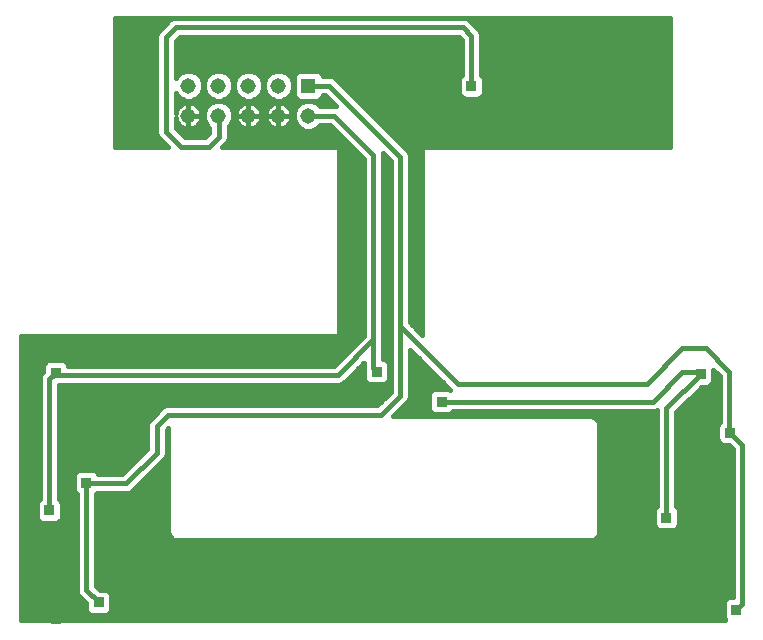
<source format=gbl>
G75*
%MOIN*%
%OFA0B0*%
%FSLAX25Y25*%
%IPPOS*%
%LPD*%
%AMOC8*
5,1,8,0,0,1.08239X$1,22.5*
%
%ADD10C,0.05150*%
%ADD11R,0.05150X0.05150*%
%ADD12R,0.03569X0.03569*%
%ADD13C,0.01600*%
D10*
X0062243Y0174756D03*
X0062243Y0184756D03*
X0072243Y0184756D03*
X0082243Y0184756D03*
X0092243Y0184756D03*
X0092243Y0174756D03*
X0082243Y0174756D03*
X0072243Y0174756D03*
X0102243Y0174756D03*
D11*
X0102243Y0184756D03*
D12*
X0141440Y0184917D03*
X0156540Y0184617D03*
X0166540Y0184817D03*
X0051940Y0092517D03*
X0018040Y0089017D03*
X0028240Y0052417D03*
X0015840Y0043117D03*
X0032340Y0012517D03*
X0018240Y0006817D03*
X0125040Y0089317D03*
X0146640Y0079417D03*
X0221540Y0040717D03*
X0236840Y0069417D03*
X0242740Y0069017D03*
X0233040Y0088617D03*
X0244840Y0010017D03*
X0171340Y0008217D03*
D13*
X0006277Y0006654D02*
X0006277Y0101142D01*
X0112576Y0101142D01*
X0112576Y0164134D01*
X0073483Y0164134D01*
X0074253Y0164904D01*
X0075153Y0165804D01*
X0075640Y0166980D01*
X0075640Y0171117D01*
X0076460Y0171938D01*
X0077218Y0173766D01*
X0077218Y0175745D01*
X0076460Y0177574D01*
X0075061Y0178973D01*
X0073233Y0179731D01*
X0071253Y0179731D01*
X0069425Y0178973D01*
X0068026Y0177574D01*
X0067268Y0175745D01*
X0067268Y0173766D01*
X0068026Y0171938D01*
X0069240Y0170724D01*
X0069240Y0168942D01*
X0067914Y0167617D01*
X0061065Y0167617D01*
X0057940Y0170742D01*
X0057940Y0173959D01*
X0057976Y0173731D01*
X0058189Y0173077D01*
X0058501Y0172463D01*
X0058906Y0171906D01*
X0059393Y0171419D01*
X0059950Y0171014D01*
X0060564Y0170702D01*
X0061219Y0170489D01*
X0061899Y0170381D01*
X0062243Y0170381D01*
X0062243Y0174756D01*
X0062243Y0179131D01*
X0061899Y0179131D01*
X0061219Y0179023D01*
X0060564Y0178810D01*
X0059950Y0178498D01*
X0059393Y0178093D01*
X0058906Y0177606D01*
X0058501Y0177049D01*
X0058189Y0176435D01*
X0057976Y0175780D01*
X0057940Y0175552D01*
X0057940Y0182145D01*
X0058026Y0181938D01*
X0059425Y0180538D01*
X0061253Y0179781D01*
X0063233Y0179781D01*
X0065061Y0180538D01*
X0066460Y0181938D01*
X0067218Y0183766D01*
X0067218Y0185745D01*
X0066460Y0187574D01*
X0065061Y0188973D01*
X0063233Y0189731D01*
X0061253Y0189731D01*
X0059425Y0188973D01*
X0058026Y0187574D01*
X0057940Y0187367D01*
X0057940Y0199591D01*
X0059265Y0200917D01*
X0152414Y0200917D01*
X0153340Y0199991D01*
X0153340Y0188379D01*
X0152721Y0187760D01*
X0152356Y0186878D01*
X0152356Y0182355D01*
X0152721Y0181473D01*
X0153396Y0180798D01*
X0154278Y0180432D01*
X0158802Y0180432D01*
X0159684Y0180798D01*
X0160359Y0181473D01*
X0160724Y0182355D01*
X0160724Y0186878D01*
X0160359Y0187760D01*
X0159740Y0188379D01*
X0159740Y0201953D01*
X0159253Y0203129D01*
X0156453Y0205929D01*
X0155553Y0206829D01*
X0154376Y0207317D01*
X0057303Y0207317D01*
X0056127Y0206829D01*
X0052927Y0203629D01*
X0052027Y0202729D01*
X0051540Y0201553D01*
X0051540Y0168780D01*
X0052027Y0167604D01*
X0055497Y0164134D01*
X0037773Y0164134D01*
X0037773Y0207441D01*
X0222812Y0207441D01*
X0222812Y0164134D01*
X0140135Y0164134D01*
X0140135Y0101730D01*
X0136040Y0105825D01*
X0136040Y0161653D01*
X0135553Y0162829D01*
X0134653Y0163729D01*
X0110913Y0187469D01*
X0109737Y0187956D01*
X0107157Y0187956D01*
X0106852Y0188690D01*
X0106177Y0189365D01*
X0105295Y0189731D01*
X0099191Y0189731D01*
X0098309Y0189365D01*
X0097634Y0188690D01*
X0097268Y0187808D01*
X0097268Y0181704D01*
X0097634Y0180822D01*
X0098309Y0180146D01*
X0099191Y0179781D01*
X0105295Y0179781D01*
X0106177Y0180146D01*
X0106852Y0180822D01*
X0107157Y0181556D01*
X0107775Y0181556D01*
X0111473Y0177858D01*
X0111237Y0177956D01*
X0106078Y0177956D01*
X0105061Y0178973D01*
X0103233Y0179731D01*
X0101253Y0179731D01*
X0099425Y0178973D01*
X0098026Y0177574D01*
X0097268Y0175745D01*
X0097268Y0173766D01*
X0098026Y0171938D01*
X0099425Y0170538D01*
X0101253Y0169781D01*
X0103233Y0169781D01*
X0105061Y0170538D01*
X0106078Y0171556D01*
X0109275Y0171556D01*
X0120640Y0160191D01*
X0120640Y0101442D01*
X0110614Y0091417D01*
X0022167Y0091417D01*
X0021859Y0092160D01*
X0021184Y0092835D01*
X0020302Y0093201D01*
X0015778Y0093201D01*
X0014896Y0092835D01*
X0014221Y0092160D01*
X0013856Y0091278D01*
X0013856Y0089358D01*
X0013127Y0088629D01*
X0012640Y0087453D01*
X0012640Y0046879D01*
X0012021Y0046260D01*
X0011656Y0045378D01*
X0011656Y0040855D01*
X0012021Y0039973D01*
X0012696Y0039298D01*
X0013578Y0038932D01*
X0018102Y0038932D01*
X0018984Y0039298D01*
X0019659Y0039973D01*
X0020024Y0040855D01*
X0020024Y0045378D01*
X0019659Y0046260D01*
X0019040Y0046879D01*
X0019040Y0084832D01*
X0020302Y0084832D01*
X0020746Y0085017D01*
X0112576Y0085017D01*
X0113753Y0085504D01*
X0114653Y0086404D01*
X0120640Y0092391D01*
X0120640Y0089880D01*
X0120856Y0089359D01*
X0120856Y0087055D01*
X0121221Y0086173D01*
X0121896Y0085498D01*
X0122778Y0085132D01*
X0127302Y0085132D01*
X0128184Y0085498D01*
X0128859Y0086173D01*
X0129224Y0087055D01*
X0129224Y0091578D01*
X0128859Y0092460D01*
X0128184Y0093135D01*
X0127302Y0093501D01*
X0127040Y0093501D01*
X0127040Y0162153D01*
X0126942Y0162389D01*
X0129640Y0159691D01*
X0129640Y0082642D01*
X0125114Y0078117D01*
X0054703Y0078117D01*
X0053527Y0077629D01*
X0049927Y0074029D01*
X0049027Y0073129D01*
X0048540Y0071953D01*
X0048540Y0063742D01*
X0040114Y0055317D01*
X0032160Y0055317D01*
X0032059Y0055560D01*
X0031384Y0056235D01*
X0030502Y0056601D01*
X0025978Y0056601D01*
X0025096Y0056235D01*
X0024421Y0055560D01*
X0024056Y0054678D01*
X0024056Y0050155D01*
X0024421Y0049273D01*
X0025040Y0048654D01*
X0025040Y0015980D01*
X0025527Y0014804D01*
X0028156Y0012175D01*
X0028156Y0010255D01*
X0028521Y0009373D01*
X0029196Y0008698D01*
X0030078Y0008332D01*
X0034602Y0008332D01*
X0035484Y0008698D01*
X0036159Y0009373D01*
X0036524Y0010255D01*
X0036524Y0014778D01*
X0036159Y0015660D01*
X0035484Y0016335D01*
X0034602Y0016701D01*
X0032681Y0016701D01*
X0031440Y0017942D01*
X0031440Y0048654D01*
X0031702Y0048917D01*
X0042076Y0048917D01*
X0043253Y0049404D01*
X0044153Y0050304D01*
X0054453Y0060604D01*
X0054940Y0061780D01*
X0054940Y0069991D01*
X0055542Y0070593D01*
X0055542Y0035604D01*
X0055984Y0034538D01*
X0056800Y0033723D01*
X0057865Y0033281D01*
X0196814Y0033281D01*
X0197880Y0033723D01*
X0198696Y0034538D01*
X0199138Y0035604D01*
X0199138Y0072191D01*
X0198696Y0073257D01*
X0197880Y0074073D01*
X0196814Y0074514D01*
X0130563Y0074514D01*
X0135553Y0079504D01*
X0136040Y0080680D01*
X0136040Y0096775D01*
X0149233Y0083581D01*
X0149434Y0083380D01*
X0148902Y0083601D01*
X0144378Y0083601D01*
X0143496Y0083235D01*
X0142821Y0082560D01*
X0142456Y0081678D01*
X0142456Y0077155D01*
X0142821Y0076273D01*
X0143496Y0075598D01*
X0144378Y0075232D01*
X0148902Y0075232D01*
X0149784Y0075598D01*
X0150402Y0076217D01*
X0217676Y0076217D01*
X0218340Y0076491D01*
X0218340Y0044479D01*
X0217721Y0043860D01*
X0217356Y0042978D01*
X0217356Y0038455D01*
X0217721Y0037573D01*
X0218396Y0036898D01*
X0219278Y0036532D01*
X0223802Y0036532D01*
X0224684Y0036898D01*
X0225359Y0037573D01*
X0225724Y0038455D01*
X0225724Y0042978D01*
X0225359Y0043860D01*
X0224740Y0044479D01*
X0224740Y0075791D01*
X0233381Y0084432D01*
X0235302Y0084432D01*
X0236184Y0084798D01*
X0236859Y0085473D01*
X0237224Y0086355D01*
X0237224Y0090078D01*
X0239297Y0088005D01*
X0239297Y0072537D01*
X0238921Y0072160D01*
X0238556Y0071278D01*
X0238556Y0066755D01*
X0238921Y0065873D01*
X0239596Y0065198D01*
X0240478Y0064832D01*
X0242499Y0064832D01*
X0243640Y0063691D01*
X0243640Y0014201D01*
X0242578Y0014201D01*
X0241696Y0013835D01*
X0241021Y0013160D01*
X0240656Y0012278D01*
X0240656Y0007755D01*
X0241021Y0006873D01*
X0241240Y0006654D01*
X0006277Y0006654D01*
X0006277Y0007512D02*
X0240756Y0007512D01*
X0240656Y0009111D02*
X0035897Y0009111D01*
X0036524Y0010709D02*
X0240656Y0010709D01*
X0240668Y0012308D02*
X0036524Y0012308D01*
X0036524Y0013906D02*
X0241867Y0013906D01*
X0243640Y0015505D02*
X0036223Y0015505D01*
X0032279Y0017103D02*
X0243640Y0017103D01*
X0243640Y0018702D02*
X0031440Y0018702D01*
X0031440Y0020300D02*
X0243640Y0020300D01*
X0243640Y0021899D02*
X0031440Y0021899D01*
X0031440Y0023497D02*
X0243640Y0023497D01*
X0243640Y0025096D02*
X0031440Y0025096D01*
X0031440Y0026694D02*
X0243640Y0026694D01*
X0243640Y0028293D02*
X0031440Y0028293D01*
X0031440Y0029891D02*
X0243640Y0029891D01*
X0243640Y0031490D02*
X0031440Y0031490D01*
X0031440Y0033088D02*
X0243640Y0033088D01*
X0243640Y0034687D02*
X0198757Y0034687D01*
X0199138Y0036285D02*
X0243640Y0036285D01*
X0243640Y0037884D02*
X0225488Y0037884D01*
X0225724Y0039482D02*
X0243640Y0039482D01*
X0243640Y0041081D02*
X0225724Y0041081D01*
X0225724Y0042679D02*
X0243640Y0042679D01*
X0243640Y0044278D02*
X0224941Y0044278D01*
X0224740Y0045876D02*
X0243640Y0045876D01*
X0243640Y0047475D02*
X0224740Y0047475D01*
X0224740Y0049073D02*
X0243640Y0049073D01*
X0243640Y0050672D02*
X0224740Y0050672D01*
X0224740Y0052270D02*
X0243640Y0052270D01*
X0243640Y0053869D02*
X0224740Y0053869D01*
X0224740Y0055467D02*
X0243640Y0055467D01*
X0243640Y0057066D02*
X0224740Y0057066D01*
X0224740Y0058664D02*
X0243640Y0058664D01*
X0243640Y0060263D02*
X0224740Y0060263D01*
X0224740Y0061861D02*
X0243640Y0061861D01*
X0243640Y0063460D02*
X0224740Y0063460D01*
X0224740Y0065058D02*
X0239932Y0065058D01*
X0238596Y0066657D02*
X0224740Y0066657D01*
X0224740Y0068255D02*
X0238556Y0068255D01*
X0238556Y0069854D02*
X0224740Y0069854D01*
X0224740Y0071453D02*
X0238628Y0071453D01*
X0239297Y0073051D02*
X0224740Y0073051D01*
X0224740Y0074650D02*
X0239297Y0074650D01*
X0239297Y0076248D02*
X0225197Y0076248D01*
X0226795Y0077847D02*
X0239297Y0077847D01*
X0239297Y0079445D02*
X0228394Y0079445D01*
X0229992Y0081044D02*
X0239297Y0081044D01*
X0239297Y0082642D02*
X0231591Y0082642D01*
X0233189Y0084241D02*
X0239297Y0084241D01*
X0239297Y0085839D02*
X0237010Y0085839D01*
X0237224Y0087438D02*
X0239297Y0087438D01*
X0238266Y0089036D02*
X0237224Y0089036D01*
X0233040Y0088617D02*
X0232440Y0089217D01*
X0226840Y0089217D01*
X0217040Y0079417D01*
X0146640Y0079417D01*
X0142456Y0079445D02*
X0135494Y0079445D01*
X0136040Y0081044D02*
X0142456Y0081044D01*
X0142903Y0082642D02*
X0136040Y0082642D01*
X0136040Y0084241D02*
X0148574Y0084241D01*
X0146975Y0085839D02*
X0136040Y0085839D01*
X0136040Y0087438D02*
X0145377Y0087438D01*
X0143778Y0089036D02*
X0136040Y0089036D01*
X0136040Y0090635D02*
X0142180Y0090635D01*
X0140581Y0092233D02*
X0136040Y0092233D01*
X0136040Y0093832D02*
X0138983Y0093832D01*
X0137384Y0095430D02*
X0136040Y0095430D01*
X0129640Y0095430D02*
X0127040Y0095430D01*
X0127040Y0093832D02*
X0129640Y0093832D01*
X0129640Y0092233D02*
X0128953Y0092233D01*
X0129224Y0090635D02*
X0129640Y0090635D01*
X0129640Y0089036D02*
X0129224Y0089036D01*
X0129224Y0087438D02*
X0129640Y0087438D01*
X0129640Y0085839D02*
X0128525Y0085839D01*
X0129640Y0084241D02*
X0019040Y0084241D01*
X0019040Y0082642D02*
X0129640Y0082642D01*
X0128041Y0081044D02*
X0019040Y0081044D01*
X0019040Y0079445D02*
X0126443Y0079445D01*
X0126440Y0074917D02*
X0055340Y0074917D01*
X0051740Y0071317D01*
X0051740Y0062417D01*
X0041440Y0052117D01*
X0028540Y0052117D01*
X0028240Y0052417D01*
X0028240Y0016617D01*
X0032340Y0012517D01*
X0028783Y0009111D02*
X0006277Y0009111D01*
X0006277Y0010709D02*
X0028156Y0010709D01*
X0028023Y0012308D02*
X0006277Y0012308D01*
X0006277Y0013906D02*
X0026425Y0013906D01*
X0025237Y0015505D02*
X0006277Y0015505D01*
X0006277Y0017103D02*
X0025040Y0017103D01*
X0025040Y0018702D02*
X0006277Y0018702D01*
X0006277Y0020300D02*
X0025040Y0020300D01*
X0025040Y0021899D02*
X0006277Y0021899D01*
X0006277Y0023497D02*
X0025040Y0023497D01*
X0025040Y0025096D02*
X0006277Y0025096D01*
X0006277Y0026694D02*
X0025040Y0026694D01*
X0025040Y0028293D02*
X0006277Y0028293D01*
X0006277Y0029891D02*
X0025040Y0029891D01*
X0025040Y0031490D02*
X0006277Y0031490D01*
X0006277Y0033088D02*
X0025040Y0033088D01*
X0025040Y0034687D02*
X0006277Y0034687D01*
X0006277Y0036285D02*
X0025040Y0036285D01*
X0025040Y0037884D02*
X0006277Y0037884D01*
X0006277Y0039482D02*
X0012512Y0039482D01*
X0011656Y0041081D02*
X0006277Y0041081D01*
X0006277Y0042679D02*
X0011656Y0042679D01*
X0011656Y0044278D02*
X0006277Y0044278D01*
X0006277Y0045876D02*
X0011862Y0045876D01*
X0012640Y0047475D02*
X0006277Y0047475D01*
X0006277Y0049073D02*
X0012640Y0049073D01*
X0012640Y0050672D02*
X0006277Y0050672D01*
X0006277Y0052270D02*
X0012640Y0052270D01*
X0012640Y0053869D02*
X0006277Y0053869D01*
X0006277Y0055467D02*
X0012640Y0055467D01*
X0012640Y0057066D02*
X0006277Y0057066D01*
X0006277Y0058664D02*
X0012640Y0058664D01*
X0012640Y0060263D02*
X0006277Y0060263D01*
X0006277Y0061861D02*
X0012640Y0061861D01*
X0012640Y0063460D02*
X0006277Y0063460D01*
X0006277Y0065058D02*
X0012640Y0065058D01*
X0012640Y0066657D02*
X0006277Y0066657D01*
X0006277Y0068255D02*
X0012640Y0068255D01*
X0012640Y0069854D02*
X0006277Y0069854D01*
X0006277Y0071453D02*
X0012640Y0071453D01*
X0012640Y0073051D02*
X0006277Y0073051D01*
X0006277Y0074650D02*
X0012640Y0074650D01*
X0012640Y0076248D02*
X0006277Y0076248D01*
X0006277Y0077847D02*
X0012640Y0077847D01*
X0012640Y0079445D02*
X0006277Y0079445D01*
X0006277Y0081044D02*
X0012640Y0081044D01*
X0012640Y0082642D02*
X0006277Y0082642D01*
X0006277Y0084241D02*
X0012640Y0084241D01*
X0012640Y0085839D02*
X0006277Y0085839D01*
X0006277Y0087438D02*
X0012640Y0087438D01*
X0013534Y0089036D02*
X0006277Y0089036D01*
X0006277Y0090635D02*
X0013856Y0090635D01*
X0014294Y0092233D02*
X0006277Y0092233D01*
X0006277Y0093832D02*
X0113030Y0093832D01*
X0114628Y0095430D02*
X0006277Y0095430D01*
X0006277Y0097029D02*
X0116227Y0097029D01*
X0117825Y0098627D02*
X0006277Y0098627D01*
X0006277Y0100226D02*
X0119424Y0100226D01*
X0120640Y0101824D02*
X0112576Y0101824D01*
X0112576Y0103423D02*
X0120640Y0103423D01*
X0120640Y0105021D02*
X0112576Y0105021D01*
X0112576Y0106620D02*
X0120640Y0106620D01*
X0120640Y0108218D02*
X0112576Y0108218D01*
X0112576Y0109817D02*
X0120640Y0109817D01*
X0120640Y0111415D02*
X0112576Y0111415D01*
X0112576Y0113014D02*
X0120640Y0113014D01*
X0120640Y0114612D02*
X0112576Y0114612D01*
X0112576Y0116211D02*
X0120640Y0116211D01*
X0120640Y0117809D02*
X0112576Y0117809D01*
X0112576Y0119408D02*
X0120640Y0119408D01*
X0120640Y0121006D02*
X0112576Y0121006D01*
X0112576Y0122605D02*
X0120640Y0122605D01*
X0120640Y0124203D02*
X0112576Y0124203D01*
X0112576Y0125802D02*
X0120640Y0125802D01*
X0120640Y0127400D02*
X0112576Y0127400D01*
X0112576Y0128999D02*
X0120640Y0128999D01*
X0120640Y0130597D02*
X0112576Y0130597D01*
X0112576Y0132196D02*
X0120640Y0132196D01*
X0120640Y0133794D02*
X0112576Y0133794D01*
X0112576Y0135393D02*
X0120640Y0135393D01*
X0120640Y0136991D02*
X0112576Y0136991D01*
X0112576Y0138590D02*
X0120640Y0138590D01*
X0120640Y0140189D02*
X0112576Y0140189D01*
X0112576Y0141787D02*
X0120640Y0141787D01*
X0120640Y0143386D02*
X0112576Y0143386D01*
X0112576Y0144984D02*
X0120640Y0144984D01*
X0120640Y0146583D02*
X0112576Y0146583D01*
X0112576Y0148181D02*
X0120640Y0148181D01*
X0120640Y0149780D02*
X0112576Y0149780D01*
X0112576Y0151378D02*
X0120640Y0151378D01*
X0120640Y0152977D02*
X0112576Y0152977D01*
X0112576Y0154575D02*
X0120640Y0154575D01*
X0120640Y0156174D02*
X0112576Y0156174D01*
X0112576Y0157772D02*
X0120640Y0157772D01*
X0120640Y0159371D02*
X0112576Y0159371D01*
X0112576Y0160969D02*
X0119862Y0160969D01*
X0118263Y0162568D02*
X0112576Y0162568D01*
X0115066Y0165765D02*
X0075114Y0165765D01*
X0075640Y0167363D02*
X0113468Y0167363D01*
X0111869Y0168962D02*
X0075640Y0168962D01*
X0075640Y0170560D02*
X0080999Y0170560D01*
X0081219Y0170489D02*
X0081899Y0170381D01*
X0082243Y0170381D01*
X0082243Y0174756D01*
X0082243Y0179131D01*
X0082587Y0179131D01*
X0083267Y0179023D01*
X0083922Y0178810D01*
X0084536Y0178498D01*
X0085093Y0178093D01*
X0085580Y0177606D01*
X0085985Y0177049D01*
X0086297Y0176435D01*
X0086510Y0175780D01*
X0086618Y0175100D01*
X0086618Y0174756D01*
X0082243Y0174756D01*
X0082243Y0174756D01*
X0082243Y0179131D01*
X0081899Y0179131D01*
X0081219Y0179023D01*
X0080564Y0178810D01*
X0079950Y0178498D01*
X0079393Y0178093D01*
X0078906Y0177606D01*
X0078501Y0177049D01*
X0078189Y0176435D01*
X0077976Y0175780D01*
X0077868Y0175100D01*
X0077868Y0174756D01*
X0082243Y0174756D01*
X0082243Y0174756D01*
X0082243Y0174756D01*
X0077868Y0174756D01*
X0077868Y0174412D01*
X0077976Y0173731D01*
X0078189Y0173077D01*
X0078501Y0172463D01*
X0078906Y0171906D01*
X0079393Y0171419D01*
X0079950Y0171014D01*
X0080564Y0170702D01*
X0081219Y0170489D01*
X0082243Y0170560D02*
X0082243Y0170560D01*
X0082243Y0170381D02*
X0082587Y0170381D01*
X0083267Y0170489D01*
X0083922Y0170702D01*
X0084536Y0171014D01*
X0085093Y0171419D01*
X0085580Y0171906D01*
X0085985Y0172463D01*
X0086297Y0173077D01*
X0086510Y0173731D01*
X0086618Y0174412D01*
X0086618Y0174756D01*
X0082243Y0174756D01*
X0082243Y0174756D01*
X0082243Y0170381D01*
X0083487Y0170560D02*
X0090999Y0170560D01*
X0091219Y0170489D02*
X0091899Y0170381D01*
X0092243Y0170381D01*
X0092243Y0174756D01*
X0092243Y0179131D01*
X0092587Y0179131D01*
X0093267Y0179023D01*
X0093922Y0178810D01*
X0094536Y0178498D01*
X0095093Y0178093D01*
X0095580Y0177606D01*
X0095985Y0177049D01*
X0096297Y0176435D01*
X0096510Y0175780D01*
X0096618Y0175100D01*
X0096618Y0174756D01*
X0092243Y0174756D01*
X0092243Y0174756D01*
X0092243Y0179131D01*
X0091899Y0179131D01*
X0091219Y0179023D01*
X0090564Y0178810D01*
X0089950Y0178498D01*
X0089393Y0178093D01*
X0088906Y0177606D01*
X0088501Y0177049D01*
X0088189Y0176435D01*
X0087976Y0175780D01*
X0087868Y0175100D01*
X0087868Y0174756D01*
X0092243Y0174756D01*
X0092243Y0174756D01*
X0092243Y0174756D01*
X0087868Y0174756D01*
X0087868Y0174412D01*
X0087976Y0173731D01*
X0088189Y0173077D01*
X0088501Y0172463D01*
X0088906Y0171906D01*
X0089393Y0171419D01*
X0089950Y0171014D01*
X0090564Y0170702D01*
X0091219Y0170489D01*
X0092243Y0170560D02*
X0092243Y0170560D01*
X0092243Y0170381D02*
X0092587Y0170381D01*
X0093267Y0170489D01*
X0093922Y0170702D01*
X0094536Y0171014D01*
X0095093Y0171419D01*
X0095580Y0171906D01*
X0095985Y0172463D01*
X0096297Y0173077D01*
X0096510Y0173731D01*
X0096618Y0174412D01*
X0096618Y0174756D01*
X0092243Y0174756D01*
X0092243Y0174756D01*
X0092243Y0170381D01*
X0093487Y0170560D02*
X0099403Y0170560D01*
X0097934Y0172159D02*
X0095764Y0172159D01*
X0096514Y0173757D02*
X0097272Y0173757D01*
X0097268Y0175356D02*
X0096577Y0175356D01*
X0096033Y0176954D02*
X0097769Y0176954D01*
X0099004Y0178553D02*
X0094428Y0178553D01*
X0094126Y0180151D02*
X0098304Y0180151D01*
X0097268Y0181750D02*
X0096272Y0181750D01*
X0096460Y0181938D02*
X0097218Y0183766D01*
X0097218Y0185745D01*
X0096460Y0187574D01*
X0095061Y0188973D01*
X0093233Y0189731D01*
X0091253Y0189731D01*
X0089425Y0188973D01*
X0088026Y0187574D01*
X0087268Y0185745D01*
X0087268Y0183766D01*
X0088026Y0181938D01*
X0089425Y0180538D01*
X0091253Y0179781D01*
X0093233Y0179781D01*
X0095061Y0180538D01*
X0096460Y0181938D01*
X0097045Y0183348D02*
X0097268Y0183348D01*
X0097218Y0184947D02*
X0097268Y0184947D01*
X0097268Y0186545D02*
X0096887Y0186545D01*
X0097407Y0188144D02*
X0095891Y0188144D01*
X0102243Y0184756D02*
X0109101Y0184756D01*
X0132840Y0161017D01*
X0132840Y0104500D01*
X0132840Y0081317D01*
X0126440Y0074917D01*
X0130698Y0074650D02*
X0218340Y0074650D01*
X0218340Y0076248D02*
X0217752Y0076248D01*
X0218340Y0073051D02*
X0198781Y0073051D01*
X0199138Y0071453D02*
X0218340Y0071453D01*
X0218340Y0069854D02*
X0199138Y0069854D01*
X0199138Y0068255D02*
X0218340Y0068255D01*
X0218340Y0066657D02*
X0199138Y0066657D01*
X0199138Y0065058D02*
X0218340Y0065058D01*
X0218340Y0063460D02*
X0199138Y0063460D01*
X0199138Y0061861D02*
X0218340Y0061861D01*
X0218340Y0060263D02*
X0199138Y0060263D01*
X0199138Y0058664D02*
X0218340Y0058664D01*
X0218340Y0057066D02*
X0199138Y0057066D01*
X0199138Y0055467D02*
X0218340Y0055467D01*
X0218340Y0053869D02*
X0199138Y0053869D01*
X0199138Y0052270D02*
X0218340Y0052270D01*
X0218340Y0050672D02*
X0199138Y0050672D01*
X0199138Y0049073D02*
X0218340Y0049073D01*
X0218340Y0047475D02*
X0199138Y0047475D01*
X0199138Y0045876D02*
X0218340Y0045876D01*
X0218139Y0044278D02*
X0199138Y0044278D01*
X0199138Y0042679D02*
X0217356Y0042679D01*
X0217356Y0041081D02*
X0199138Y0041081D01*
X0199138Y0039482D02*
X0217356Y0039482D01*
X0217592Y0037884D02*
X0199138Y0037884D01*
X0221540Y0040717D02*
X0221540Y0077117D01*
X0233040Y0088617D01*
X0234623Y0097205D02*
X0226749Y0097205D01*
X0214938Y0085394D01*
X0151946Y0085394D01*
X0132840Y0104500D01*
X0129640Y0105021D02*
X0127040Y0105021D01*
X0127040Y0103423D02*
X0129640Y0103423D01*
X0129640Y0101824D02*
X0127040Y0101824D01*
X0127040Y0100226D02*
X0129640Y0100226D01*
X0129640Y0098627D02*
X0127040Y0098627D01*
X0127040Y0097029D02*
X0129640Y0097029D01*
X0123840Y0100117D02*
X0123840Y0090517D01*
X0125040Y0089317D01*
X0121555Y0085839D02*
X0114088Y0085839D01*
X0115686Y0087438D02*
X0120856Y0087438D01*
X0120856Y0089036D02*
X0117285Y0089036D01*
X0118883Y0090635D02*
X0120640Y0090635D01*
X0120640Y0092233D02*
X0120482Y0092233D01*
X0123840Y0100117D02*
X0111940Y0088217D01*
X0018840Y0088217D01*
X0018040Y0089017D01*
X0015840Y0086817D01*
X0015840Y0043117D01*
X0020024Y0042679D02*
X0025040Y0042679D01*
X0025040Y0041081D02*
X0020024Y0041081D01*
X0019168Y0039482D02*
X0025040Y0039482D01*
X0025040Y0044278D02*
X0020024Y0044278D01*
X0019818Y0045876D02*
X0025040Y0045876D01*
X0025040Y0047475D02*
X0019040Y0047475D01*
X0019040Y0049073D02*
X0024620Y0049073D01*
X0024056Y0050672D02*
X0019040Y0050672D01*
X0019040Y0052270D02*
X0024056Y0052270D01*
X0024056Y0053869D02*
X0019040Y0053869D01*
X0019040Y0055467D02*
X0024383Y0055467D01*
X0019040Y0057066D02*
X0041864Y0057066D01*
X0043462Y0058664D02*
X0019040Y0058664D01*
X0019040Y0060263D02*
X0045061Y0060263D01*
X0046659Y0061861D02*
X0019040Y0061861D01*
X0019040Y0063460D02*
X0048258Y0063460D01*
X0048540Y0065058D02*
X0019040Y0065058D01*
X0019040Y0066657D02*
X0048540Y0066657D01*
X0048540Y0068255D02*
X0019040Y0068255D01*
X0019040Y0069854D02*
X0048540Y0069854D01*
X0048540Y0071453D02*
X0019040Y0071453D01*
X0019040Y0073051D02*
X0048995Y0073051D01*
X0050547Y0074650D02*
X0019040Y0074650D01*
X0019040Y0076248D02*
X0052146Y0076248D01*
X0054052Y0077847D02*
X0019040Y0077847D01*
X0021786Y0092233D02*
X0111431Y0092233D01*
X0123840Y0100117D02*
X0123840Y0161517D01*
X0110601Y0174756D01*
X0102243Y0174756D01*
X0105482Y0178553D02*
X0110778Y0178553D01*
X0109180Y0180151D02*
X0106182Y0180151D01*
X0111837Y0186545D02*
X0152356Y0186545D01*
X0152356Y0184947D02*
X0113435Y0184947D01*
X0115034Y0183348D02*
X0152356Y0183348D01*
X0152606Y0181750D02*
X0116632Y0181750D01*
X0118231Y0180151D02*
X0222812Y0180151D01*
X0222812Y0178553D02*
X0119829Y0178553D01*
X0121428Y0176954D02*
X0222812Y0176954D01*
X0222812Y0175356D02*
X0123026Y0175356D01*
X0124625Y0173757D02*
X0222812Y0173757D01*
X0222812Y0172159D02*
X0126223Y0172159D01*
X0127822Y0170560D02*
X0222812Y0170560D01*
X0222812Y0168962D02*
X0129420Y0168962D01*
X0131019Y0167363D02*
X0222812Y0167363D01*
X0222812Y0165765D02*
X0132617Y0165765D01*
X0134216Y0164166D02*
X0222812Y0164166D01*
X0222812Y0181750D02*
X0160473Y0181750D01*
X0160724Y0183348D02*
X0222812Y0183348D01*
X0222812Y0184947D02*
X0160724Y0184947D01*
X0160724Y0186545D02*
X0222812Y0186545D01*
X0222812Y0188144D02*
X0159975Y0188144D01*
X0159740Y0189742D02*
X0222812Y0189742D01*
X0222812Y0191341D02*
X0159740Y0191341D01*
X0159740Y0192939D02*
X0222812Y0192939D01*
X0222812Y0194538D02*
X0159740Y0194538D01*
X0159740Y0196136D02*
X0222812Y0196136D01*
X0222812Y0197735D02*
X0159740Y0197735D01*
X0159740Y0199333D02*
X0222812Y0199333D01*
X0222812Y0200932D02*
X0159740Y0200932D01*
X0159501Y0202530D02*
X0222812Y0202530D01*
X0222812Y0204129D02*
X0158253Y0204129D01*
X0156654Y0205727D02*
X0222812Y0205727D01*
X0222812Y0207326D02*
X0037773Y0207326D01*
X0037773Y0205727D02*
X0055025Y0205727D01*
X0053427Y0204129D02*
X0037773Y0204129D01*
X0037773Y0202530D02*
X0051945Y0202530D01*
X0051540Y0200932D02*
X0037773Y0200932D01*
X0037773Y0199333D02*
X0051540Y0199333D01*
X0051540Y0197735D02*
X0037773Y0197735D01*
X0037773Y0196136D02*
X0051540Y0196136D01*
X0051540Y0194538D02*
X0037773Y0194538D01*
X0037773Y0192939D02*
X0051540Y0192939D01*
X0051540Y0191341D02*
X0037773Y0191341D01*
X0037773Y0189742D02*
X0051540Y0189742D01*
X0051540Y0188144D02*
X0037773Y0188144D01*
X0037773Y0186545D02*
X0051540Y0186545D01*
X0051540Y0184947D02*
X0037773Y0184947D01*
X0037773Y0183348D02*
X0051540Y0183348D01*
X0051540Y0181750D02*
X0037773Y0181750D01*
X0037773Y0180151D02*
X0051540Y0180151D01*
X0051540Y0178553D02*
X0037773Y0178553D01*
X0037773Y0176954D02*
X0051540Y0176954D01*
X0051540Y0175356D02*
X0037773Y0175356D01*
X0037773Y0173757D02*
X0051540Y0173757D01*
X0051540Y0172159D02*
X0037773Y0172159D01*
X0037773Y0170560D02*
X0051540Y0170560D01*
X0051540Y0168962D02*
X0037773Y0168962D01*
X0037773Y0167363D02*
X0052268Y0167363D01*
X0053866Y0165765D02*
X0037773Y0165765D01*
X0037773Y0164166D02*
X0055465Y0164166D01*
X0059740Y0164417D02*
X0054740Y0169417D01*
X0054740Y0200917D01*
X0057940Y0204117D01*
X0153740Y0204117D01*
X0156540Y0201317D01*
X0156540Y0184617D01*
X0153105Y0188144D02*
X0107079Y0188144D01*
X0092243Y0178553D02*
X0092243Y0178553D01*
X0092243Y0176954D02*
X0092243Y0176954D01*
X0092243Y0175356D02*
X0092243Y0175356D01*
X0092243Y0173757D02*
X0092243Y0173757D01*
X0092243Y0172159D02*
X0092243Y0172159D01*
X0088722Y0172159D02*
X0085764Y0172159D01*
X0086514Y0173757D02*
X0087972Y0173757D01*
X0087909Y0175356D02*
X0086577Y0175356D01*
X0086033Y0176954D02*
X0088453Y0176954D01*
X0090059Y0178553D02*
X0084428Y0178553D01*
X0084126Y0180151D02*
X0090360Y0180151D01*
X0088214Y0181750D02*
X0086272Y0181750D01*
X0086460Y0181938D02*
X0087218Y0183766D01*
X0087218Y0185745D01*
X0086460Y0187574D01*
X0085061Y0188973D01*
X0083233Y0189731D01*
X0081253Y0189731D01*
X0079425Y0188973D01*
X0078026Y0187574D01*
X0077268Y0185745D01*
X0077268Y0183766D01*
X0078026Y0181938D01*
X0079425Y0180538D01*
X0081253Y0179781D01*
X0083233Y0179781D01*
X0085061Y0180538D01*
X0086460Y0181938D01*
X0087045Y0183348D02*
X0087441Y0183348D01*
X0087268Y0184947D02*
X0087218Y0184947D01*
X0086887Y0186545D02*
X0087600Y0186545D01*
X0088596Y0188144D02*
X0085891Y0188144D01*
X0078596Y0188144D02*
X0075891Y0188144D01*
X0076460Y0187574D02*
X0075061Y0188973D01*
X0073233Y0189731D01*
X0071253Y0189731D01*
X0069425Y0188973D01*
X0068026Y0187574D01*
X0067268Y0185745D01*
X0067268Y0183766D01*
X0068026Y0181938D01*
X0069425Y0180538D01*
X0071253Y0179781D01*
X0073233Y0179781D01*
X0075061Y0180538D01*
X0076460Y0181938D01*
X0077218Y0183766D01*
X0077218Y0185745D01*
X0076460Y0187574D01*
X0076887Y0186545D02*
X0077600Y0186545D01*
X0077268Y0184947D02*
X0077218Y0184947D01*
X0077045Y0183348D02*
X0077441Y0183348D01*
X0078214Y0181750D02*
X0076272Y0181750D01*
X0074126Y0180151D02*
X0080360Y0180151D01*
X0080059Y0178553D02*
X0075482Y0178553D01*
X0076717Y0176954D02*
X0078453Y0176954D01*
X0077909Y0175356D02*
X0077218Y0175356D01*
X0077214Y0173757D02*
X0077972Y0173757D01*
X0078722Y0172159D02*
X0076552Y0172159D01*
X0072440Y0174559D02*
X0072243Y0174756D01*
X0072440Y0174559D02*
X0072440Y0167617D01*
X0069240Y0164417D01*
X0059740Y0164417D01*
X0059720Y0168962D02*
X0069240Y0168962D01*
X0069240Y0170560D02*
X0063487Y0170560D01*
X0063267Y0170489D02*
X0063922Y0170702D01*
X0064536Y0171014D01*
X0065093Y0171419D01*
X0065580Y0171906D01*
X0065985Y0172463D01*
X0066297Y0173077D01*
X0066510Y0173731D01*
X0066618Y0174412D01*
X0066618Y0174756D01*
X0066618Y0175100D01*
X0066510Y0175780D01*
X0066297Y0176435D01*
X0065985Y0177049D01*
X0065580Y0177606D01*
X0065093Y0178093D01*
X0064536Y0178498D01*
X0063922Y0178810D01*
X0063267Y0179023D01*
X0062587Y0179131D01*
X0062243Y0179131D01*
X0062243Y0174756D01*
X0062243Y0174756D01*
X0066618Y0174756D01*
X0062243Y0174756D01*
X0062243Y0174756D01*
X0062243Y0174756D01*
X0062243Y0170381D01*
X0062587Y0170381D01*
X0063267Y0170489D01*
X0062243Y0170560D02*
X0062243Y0170560D01*
X0060999Y0170560D02*
X0058122Y0170560D01*
X0057940Y0172159D02*
X0058722Y0172159D01*
X0057972Y0173757D02*
X0057940Y0173757D01*
X0057940Y0176954D02*
X0058453Y0176954D01*
X0057940Y0178553D02*
X0060059Y0178553D01*
X0060360Y0180151D02*
X0057940Y0180151D01*
X0057940Y0181750D02*
X0058214Y0181750D01*
X0062243Y0178553D02*
X0062243Y0178553D01*
X0062243Y0176954D02*
X0062243Y0176954D01*
X0062243Y0175356D02*
X0062243Y0175356D01*
X0062243Y0173757D02*
X0062243Y0173757D01*
X0062243Y0172159D02*
X0062243Y0172159D01*
X0065764Y0172159D02*
X0067934Y0172159D01*
X0067272Y0173757D02*
X0066514Y0173757D01*
X0066577Y0175356D02*
X0067268Y0175356D01*
X0067769Y0176954D02*
X0066033Y0176954D01*
X0064428Y0178553D02*
X0069004Y0178553D01*
X0070360Y0180151D02*
X0064126Y0180151D01*
X0066272Y0181750D02*
X0068214Y0181750D01*
X0067441Y0183348D02*
X0067045Y0183348D01*
X0067218Y0184947D02*
X0067268Y0184947D01*
X0067600Y0186545D02*
X0066887Y0186545D01*
X0065891Y0188144D02*
X0068596Y0188144D01*
X0058596Y0188144D02*
X0057940Y0188144D01*
X0057940Y0189742D02*
X0153340Y0189742D01*
X0153340Y0191341D02*
X0057940Y0191341D01*
X0057940Y0192939D02*
X0153340Y0192939D01*
X0153340Y0194538D02*
X0057940Y0194538D01*
X0057940Y0196136D02*
X0153340Y0196136D01*
X0153340Y0197735D02*
X0057940Y0197735D01*
X0057940Y0199333D02*
X0153340Y0199333D01*
X0116665Y0164166D02*
X0073515Y0164166D01*
X0082243Y0172159D02*
X0082243Y0172159D01*
X0082243Y0173757D02*
X0082243Y0173757D01*
X0082243Y0175356D02*
X0082243Y0175356D01*
X0082243Y0176954D02*
X0082243Y0176954D01*
X0082243Y0178553D02*
X0082243Y0178553D01*
X0105083Y0170560D02*
X0110271Y0170560D01*
X0127040Y0160969D02*
X0128362Y0160969D01*
X0129640Y0159371D02*
X0127040Y0159371D01*
X0127040Y0157772D02*
X0129640Y0157772D01*
X0129640Y0156174D02*
X0127040Y0156174D01*
X0127040Y0154575D02*
X0129640Y0154575D01*
X0129640Y0152977D02*
X0127040Y0152977D01*
X0127040Y0151378D02*
X0129640Y0151378D01*
X0129640Y0149780D02*
X0127040Y0149780D01*
X0127040Y0148181D02*
X0129640Y0148181D01*
X0129640Y0146583D02*
X0127040Y0146583D01*
X0127040Y0144984D02*
X0129640Y0144984D01*
X0129640Y0143386D02*
X0127040Y0143386D01*
X0127040Y0141787D02*
X0129640Y0141787D01*
X0129640Y0140189D02*
X0127040Y0140189D01*
X0127040Y0138590D02*
X0129640Y0138590D01*
X0129640Y0136991D02*
X0127040Y0136991D01*
X0127040Y0135393D02*
X0129640Y0135393D01*
X0129640Y0133794D02*
X0127040Y0133794D01*
X0127040Y0132196D02*
X0129640Y0132196D01*
X0129640Y0130597D02*
X0127040Y0130597D01*
X0127040Y0128999D02*
X0129640Y0128999D01*
X0129640Y0127400D02*
X0127040Y0127400D01*
X0127040Y0125802D02*
X0129640Y0125802D01*
X0129640Y0124203D02*
X0127040Y0124203D01*
X0127040Y0122605D02*
X0129640Y0122605D01*
X0129640Y0121006D02*
X0127040Y0121006D01*
X0127040Y0119408D02*
X0129640Y0119408D01*
X0129640Y0117809D02*
X0127040Y0117809D01*
X0127040Y0116211D02*
X0129640Y0116211D01*
X0129640Y0114612D02*
X0127040Y0114612D01*
X0127040Y0113014D02*
X0129640Y0113014D01*
X0129640Y0111415D02*
X0127040Y0111415D01*
X0127040Y0109817D02*
X0129640Y0109817D01*
X0129640Y0108218D02*
X0127040Y0108218D01*
X0127040Y0106620D02*
X0129640Y0106620D01*
X0136040Y0106620D02*
X0140135Y0106620D01*
X0140135Y0108218D02*
X0136040Y0108218D01*
X0136040Y0109817D02*
X0140135Y0109817D01*
X0140135Y0111415D02*
X0136040Y0111415D01*
X0136040Y0113014D02*
X0140135Y0113014D01*
X0140135Y0114612D02*
X0136040Y0114612D01*
X0136040Y0116211D02*
X0140135Y0116211D01*
X0140135Y0117809D02*
X0136040Y0117809D01*
X0136040Y0119408D02*
X0140135Y0119408D01*
X0140135Y0121006D02*
X0136040Y0121006D01*
X0136040Y0122605D02*
X0140135Y0122605D01*
X0140135Y0124203D02*
X0136040Y0124203D01*
X0136040Y0125802D02*
X0140135Y0125802D01*
X0140135Y0127400D02*
X0136040Y0127400D01*
X0136040Y0128999D02*
X0140135Y0128999D01*
X0140135Y0130597D02*
X0136040Y0130597D01*
X0136040Y0132196D02*
X0140135Y0132196D01*
X0140135Y0133794D02*
X0136040Y0133794D01*
X0136040Y0135393D02*
X0140135Y0135393D01*
X0140135Y0136991D02*
X0136040Y0136991D01*
X0136040Y0138590D02*
X0140135Y0138590D01*
X0140135Y0140189D02*
X0136040Y0140189D01*
X0136040Y0141787D02*
X0140135Y0141787D01*
X0140135Y0143386D02*
X0136040Y0143386D01*
X0136040Y0144984D02*
X0140135Y0144984D01*
X0140135Y0146583D02*
X0136040Y0146583D01*
X0136040Y0148181D02*
X0140135Y0148181D01*
X0140135Y0149780D02*
X0136040Y0149780D01*
X0136040Y0151378D02*
X0140135Y0151378D01*
X0140135Y0152977D02*
X0136040Y0152977D01*
X0136040Y0154575D02*
X0140135Y0154575D01*
X0140135Y0156174D02*
X0136040Y0156174D01*
X0136040Y0157772D02*
X0140135Y0157772D01*
X0140135Y0159371D02*
X0136040Y0159371D01*
X0136040Y0160969D02*
X0140135Y0160969D01*
X0140135Y0162568D02*
X0135661Y0162568D01*
X0136844Y0105021D02*
X0140135Y0105021D01*
X0140135Y0103423D02*
X0138443Y0103423D01*
X0140041Y0101824D02*
X0140135Y0101824D01*
X0142456Y0077847D02*
X0133895Y0077847D01*
X0132297Y0076248D02*
X0142846Y0076248D01*
X0055542Y0069854D02*
X0054940Y0069854D01*
X0054940Y0068255D02*
X0055542Y0068255D01*
X0055542Y0066657D02*
X0054940Y0066657D01*
X0054940Y0065058D02*
X0055542Y0065058D01*
X0055542Y0063460D02*
X0054940Y0063460D01*
X0054940Y0061861D02*
X0055542Y0061861D01*
X0055542Y0060263D02*
X0054112Y0060263D01*
X0055542Y0058664D02*
X0052513Y0058664D01*
X0050915Y0057066D02*
X0055542Y0057066D01*
X0055542Y0055467D02*
X0049316Y0055467D01*
X0047718Y0053869D02*
X0055542Y0053869D01*
X0055542Y0052270D02*
X0046119Y0052270D01*
X0044521Y0050672D02*
X0055542Y0050672D01*
X0055542Y0049073D02*
X0042455Y0049073D01*
X0040265Y0055467D02*
X0032097Y0055467D01*
X0031440Y0047475D02*
X0055542Y0047475D01*
X0055542Y0045876D02*
X0031440Y0045876D01*
X0031440Y0044278D02*
X0055542Y0044278D01*
X0055542Y0042679D02*
X0031440Y0042679D01*
X0031440Y0041081D02*
X0055542Y0041081D01*
X0055542Y0039482D02*
X0031440Y0039482D01*
X0031440Y0037884D02*
X0055542Y0037884D01*
X0055542Y0036285D02*
X0031440Y0036285D01*
X0031440Y0034687D02*
X0055922Y0034687D01*
X0234623Y0097205D02*
X0242497Y0089331D01*
X0242497Y0069259D01*
X0242740Y0069017D01*
X0242840Y0069017D01*
X0246840Y0065017D01*
X0246840Y0012017D01*
X0244840Y0010017D01*
M02*

</source>
